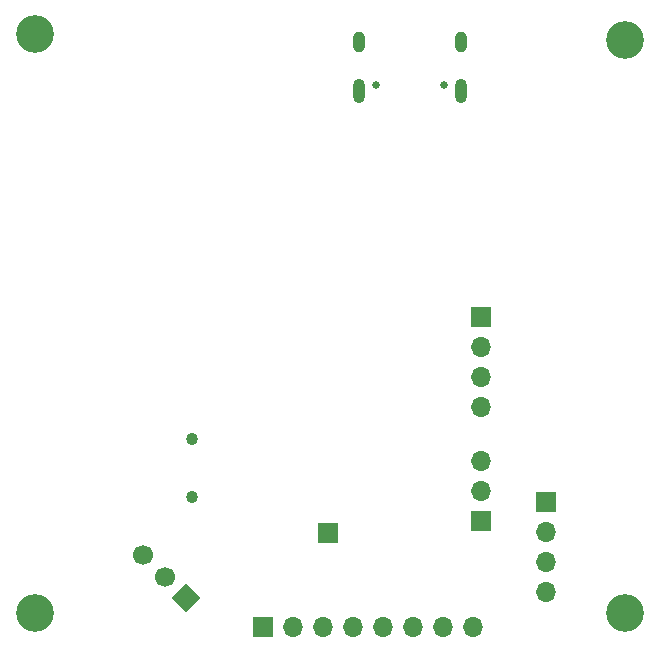
<source format=gbr>
%TF.GenerationSoftware,KiCad,Pcbnew,9.0.0*%
%TF.CreationDate,2025-04-07T16:42:38-05:00*%
%TF.ProjectId,Project 2.0,50726f6a-6563-4742-9032-2e302e6b6963,rev?*%
%TF.SameCoordinates,Original*%
%TF.FileFunction,Soldermask,Bot*%
%TF.FilePolarity,Negative*%
%FSLAX46Y46*%
G04 Gerber Fmt 4.6, Leading zero omitted, Abs format (unit mm)*
G04 Created by KiCad (PCBNEW 9.0.0) date 2025-04-07 16:42:38*
%MOMM*%
%LPD*%
G01*
G04 APERTURE LIST*
G04 Aperture macros list*
%AMHorizOval*
0 Thick line with rounded ends*
0 $1 width*
0 $2 $3 position (X,Y) of the first rounded end (center of the circle)*
0 $4 $5 position (X,Y) of the second rounded end (center of the circle)*
0 Add line between two ends*
20,1,$1,$2,$3,$4,$5,0*
0 Add two circle primitives to create the rounded ends*
1,1,$1,$2,$3*
1,1,$1,$4,$5*%
%AMRotRect*
0 Rectangle, with rotation*
0 The origin of the aperture is its center*
0 $1 length*
0 $2 width*
0 $3 Rotation angle, in degrees counterclockwise*
0 Add horizontal line*
21,1,$1,$2,0,0,$3*%
G04 Aperture macros list end*
%ADD10R,1.700000X1.700000*%
%ADD11O,1.700000X1.700000*%
%ADD12RotRect,1.700000X1.700000X225.000000*%
%ADD13HorizOval,1.700000X0.000000X0.000000X0.000000X0.000000X0*%
%ADD14C,3.200000*%
%ADD15C,1.030000*%
%ADD16C,0.650000*%
%ADD17O,1.000000X2.100000*%
%ADD18O,1.000000X1.800000*%
G04 APERTURE END LIST*
D10*
%TO.C,J8*%
X197800000Y-93170000D03*
D11*
X197800000Y-95710000D03*
X197800000Y-98250000D03*
X197800000Y-100790000D03*
%TD*%
D12*
%TO.C,J3*%
X167300000Y-101250000D03*
D13*
X165503949Y-99453949D03*
X163707898Y-97657898D03*
%TD*%
D14*
%TO.C,H2*%
X154500000Y-53500000D03*
%TD*%
%TO.C,H1*%
X204500000Y-54000000D03*
%TD*%
D15*
%TO.C,Y1*%
X167800000Y-87809999D03*
X167800000Y-92690001D03*
%TD*%
D10*
%TO.C,J7*%
X179300000Y-95750000D03*
%TD*%
D14*
%TO.C,H3*%
X204500000Y-102500000D03*
%TD*%
D10*
%TO.C,J10*%
X192300000Y-77450000D03*
D11*
X192300000Y-79990000D03*
X192300000Y-82530000D03*
X192300000Y-85070000D03*
%TD*%
D16*
%TO.C,J11*%
X189190000Y-57855000D03*
X183410000Y-57855000D03*
D17*
X190620000Y-58355000D03*
D18*
X190620000Y-54175000D03*
D17*
X181980000Y-58355000D03*
D18*
X181980000Y-54175000D03*
%TD*%
D10*
%TO.C,J9*%
X192300000Y-94750000D03*
D11*
X192300000Y-92210000D03*
X192300000Y-89670001D03*
%TD*%
D14*
%TO.C,H4*%
X154500000Y-102500000D03*
%TD*%
D10*
%TO.C,J6*%
X173800000Y-103750000D03*
D11*
X176340000Y-103750000D03*
X178879999Y-103750000D03*
X181420000Y-103750000D03*
X183960000Y-103750000D03*
X186500000Y-103750000D03*
X189040000Y-103750000D03*
X191580001Y-103750000D03*
%TD*%
M02*

</source>
